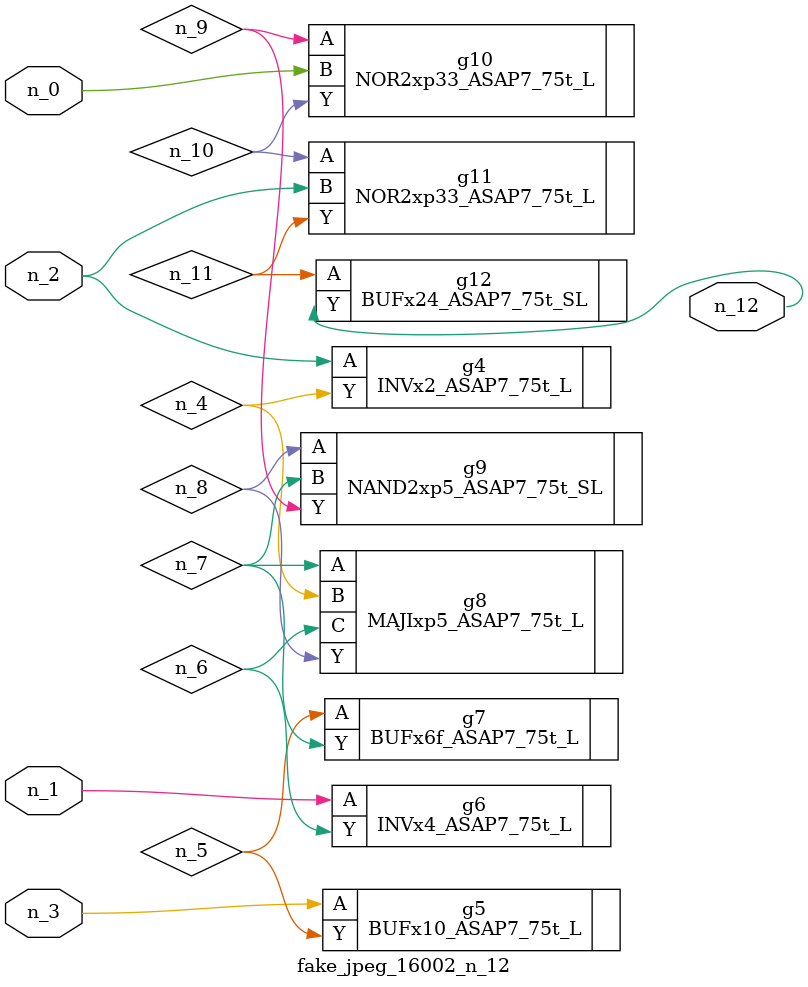
<source format=v>
module fake_jpeg_16002_n_12 (n_0, n_3, n_2, n_1, n_12);

input n_0;
input n_3;
input n_2;
input n_1;

output n_12;

wire n_11;
wire n_10;
wire n_4;
wire n_8;
wire n_9;
wire n_6;
wire n_5;
wire n_7;

INVx2_ASAP7_75t_L g4 ( 
.A(n_2),
.Y(n_4)
);

BUFx10_ASAP7_75t_L g5 ( 
.A(n_3),
.Y(n_5)
);

INVx4_ASAP7_75t_L g6 ( 
.A(n_1),
.Y(n_6)
);

BUFx6f_ASAP7_75t_L g7 ( 
.A(n_5),
.Y(n_7)
);

MAJIxp5_ASAP7_75t_L g8 ( 
.A(n_7),
.B(n_4),
.C(n_6),
.Y(n_8)
);

NAND2xp5_ASAP7_75t_SL g9 ( 
.A(n_8),
.B(n_7),
.Y(n_9)
);

NOR2xp33_ASAP7_75t_L g10 ( 
.A(n_9),
.B(n_0),
.Y(n_10)
);

NOR2xp33_ASAP7_75t_L g11 ( 
.A(n_10),
.B(n_2),
.Y(n_11)
);

BUFx24_ASAP7_75t_SL g12 ( 
.A(n_11),
.Y(n_12)
);


endmodule
</source>
